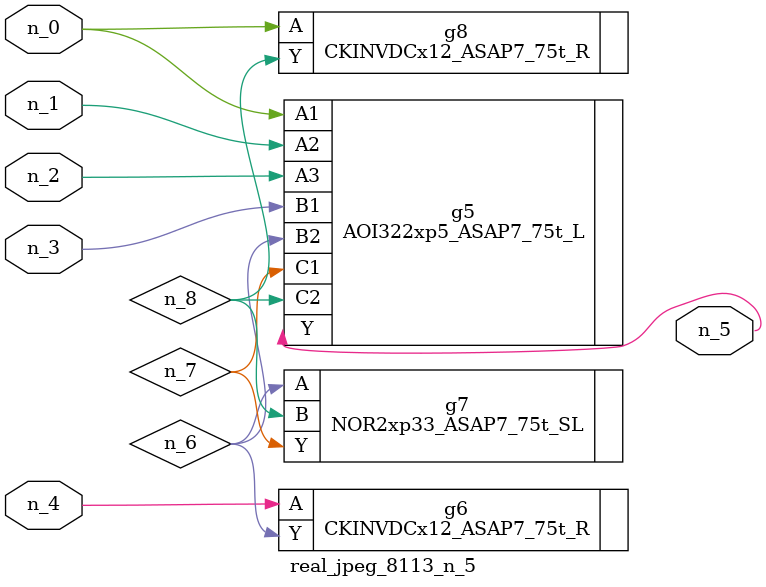
<source format=v>
module real_jpeg_8113_n_5 (n_4, n_0, n_1, n_2, n_3, n_5);

input n_4;
input n_0;
input n_1;
input n_2;
input n_3;

output n_5;

wire n_8;
wire n_6;
wire n_7;

AOI322xp5_ASAP7_75t_L g5 ( 
.A1(n_0),
.A2(n_1),
.A3(n_2),
.B1(n_3),
.B2(n_6),
.C1(n_7),
.C2(n_8),
.Y(n_5)
);

CKINVDCx12_ASAP7_75t_R g8 ( 
.A(n_0),
.Y(n_8)
);

CKINVDCx12_ASAP7_75t_R g6 ( 
.A(n_4),
.Y(n_6)
);

NOR2xp33_ASAP7_75t_SL g7 ( 
.A(n_6),
.B(n_8),
.Y(n_7)
);


endmodule
</source>
